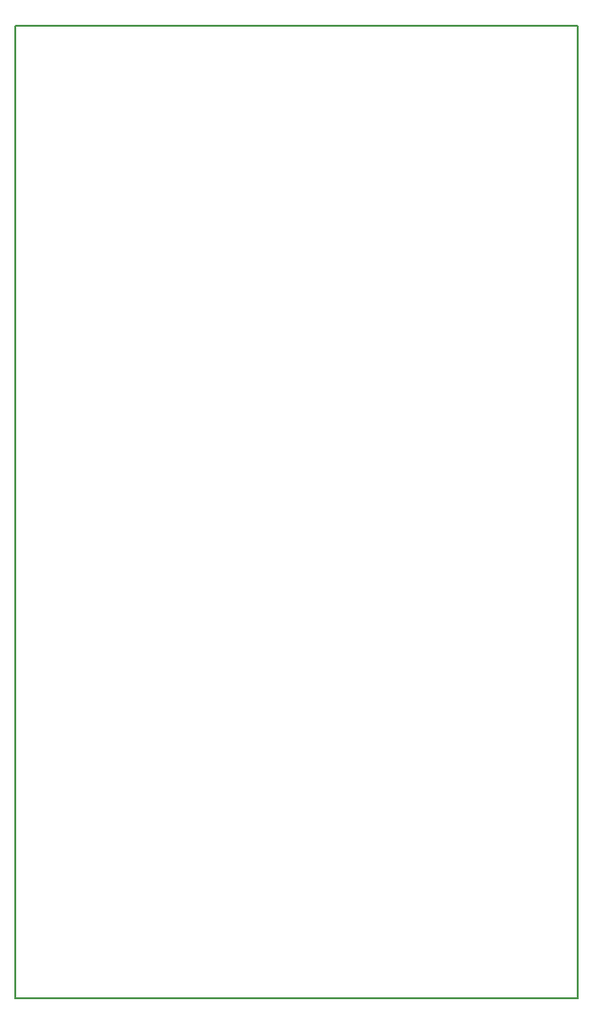
<source format=gbr>
%TF.GenerationSoftware,KiCad,Pcbnew,9.0.6*%
%TF.CreationDate,2025-12-26T20:19:53+00:00*%
%TF.ProjectId,PIDI-BOX-01-MAIN-1-PZ2_ESP-A1,50494449-2d42-44f5-982d-30312d4d4149,01*%
%TF.SameCoordinates,Original*%
%TF.FileFunction,Profile,NP*%
%FSLAX46Y46*%
G04 Gerber Fmt 4.6, Leading zero omitted, Abs format (unit mm)*
G04 Created by KiCad (PCBNEW 9.0.6) date 2025-12-26 20:19:53*
%MOMM*%
%LPD*%
G01*
G04 APERTURE LIST*
%TA.AperFunction,Profile*%
%ADD10C,0.200000*%
%TD*%
G04 APERTURE END LIST*
D10*
X40092600Y-59883800D02*
X90012600Y-59883800D01*
X90012600Y-146183800D01*
X40092600Y-146183800D01*
X40092600Y-59883800D01*
M02*

</source>
